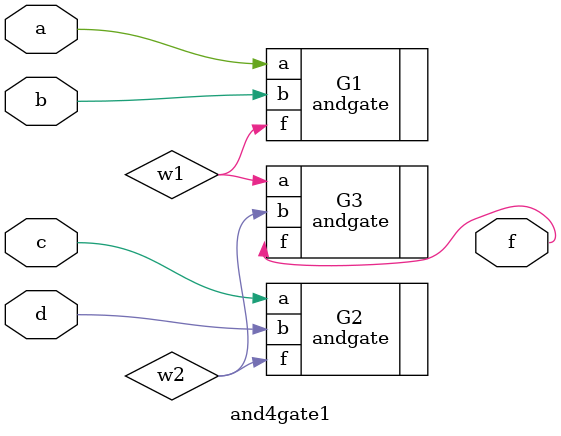
<source format=sv>
`timescale 1ns / 1ps


module and4gate1(
input logic a,
input logic b,
input logic c,
input logic d,
output logic f
);
logic w1, w2;
andgate G1( .f(w1) , .a(a) , .b(b) );
andgate G2( .f(w2) , .a(c) , .b (d) );
andgate G3( .f(f) , .a(w1) , .b (w2) );
endmodule

</source>
